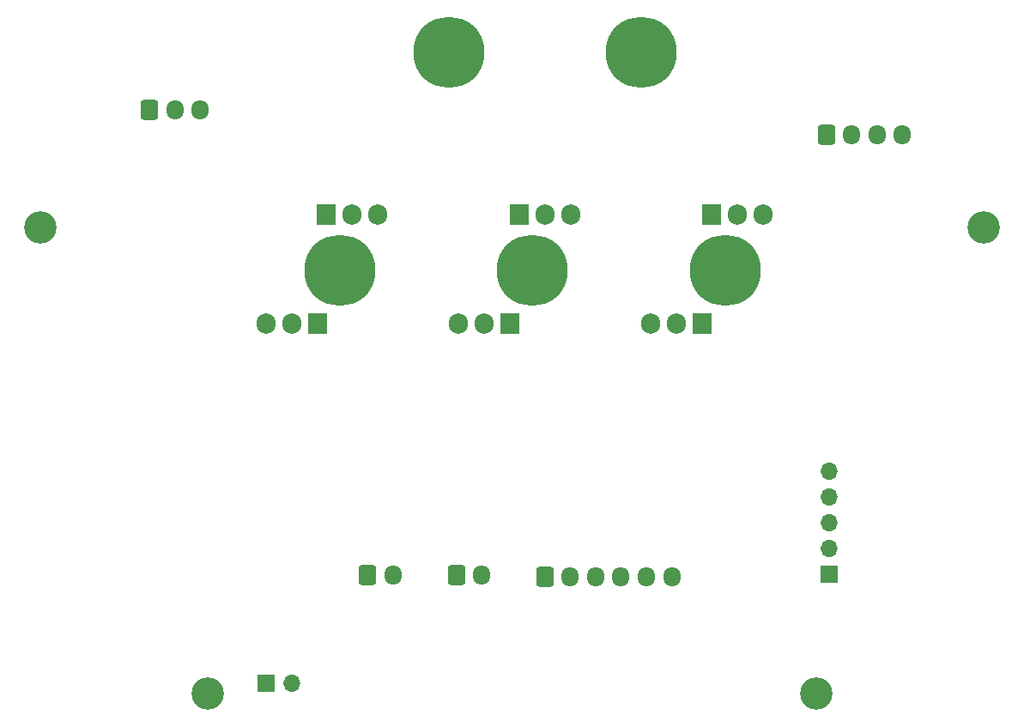
<source format=gbr>
%TF.GenerationSoftware,KiCad,Pcbnew,9.0.0*%
%TF.CreationDate,2025-07-24T21:17:22+09:00*%
%TF.ProjectId,AQUA_VESC,41515541-5f56-4455-9343-2e6b69636164,rev?*%
%TF.SameCoordinates,Original*%
%TF.FileFunction,Soldermask,Bot*%
%TF.FilePolarity,Negative*%
%FSLAX46Y46*%
G04 Gerber Fmt 4.6, Leading zero omitted, Abs format (unit mm)*
G04 Created by KiCad (PCBNEW 9.0.0) date 2025-07-24 21:17:22*
%MOMM*%
%LPD*%
G01*
G04 APERTURE LIST*
G04 Aperture macros list*
%AMRoundRect*
0 Rectangle with rounded corners*
0 $1 Rounding radius*
0 $2 $3 $4 $5 $6 $7 $8 $9 X,Y pos of 4 corners*
0 Add a 4 corners polygon primitive as box body*
4,1,4,$2,$3,$4,$5,$6,$7,$8,$9,$2,$3,0*
0 Add four circle primitives for the rounded corners*
1,1,$1+$1,$2,$3*
1,1,$1+$1,$4,$5*
1,1,$1+$1,$6,$7*
1,1,$1+$1,$8,$9*
0 Add four rect primitives between the rounded corners*
20,1,$1+$1,$2,$3,$4,$5,0*
20,1,$1+$1,$4,$5,$6,$7,0*
20,1,$1+$1,$6,$7,$8,$9,0*
20,1,$1+$1,$8,$9,$2,$3,0*%
G04 Aperture macros list end*
%ADD10C,3.200000*%
%ADD11RoundRect,0.250000X-0.600000X-0.725000X0.600000X-0.725000X0.600000X0.725000X-0.600000X0.725000X0*%
%ADD12O,1.700000X1.950000*%
%ADD13C,0.800000*%
%ADD14C,7.000000*%
%ADD15R,1.905000X2.000000*%
%ADD16O,1.905000X2.000000*%
%ADD17R,1.700000X1.700000*%
%ADD18O,1.700000X1.700000*%
G04 APERTURE END LIST*
D10*
%TO.C,H3*%
X123500000Y-89750000D03*
%TD*%
D11*
%TO.C,CAN1*%
X79250000Y-78100000D03*
D12*
X81750000Y-78100000D03*
%TD*%
D11*
%TO.C,J1*%
X96750000Y-78250000D03*
D12*
X99250000Y-78250000D03*
X101750000Y-78250000D03*
X104250000Y-78250000D03*
X106750000Y-78250000D03*
X109250000Y-78250000D03*
%TD*%
D13*
%TO.C,H7*%
X73875000Y-48000000D03*
X74643845Y-46143845D03*
X74643845Y-49856155D03*
X76500000Y-45375000D03*
D14*
X76500000Y-48000000D03*
D13*
X76500000Y-50625000D03*
X78356155Y-46143845D03*
X78356155Y-49856155D03*
X79125000Y-48000000D03*
%TD*%
D10*
%TO.C,H4*%
X140000000Y-43750000D03*
%TD*%
D13*
%TO.C,H6*%
X84625000Y-26500000D03*
X85393845Y-24643845D03*
X85393845Y-28356155D03*
X87250000Y-23875000D03*
D14*
X87250000Y-26500000D03*
D13*
X87250000Y-29125000D03*
X89106155Y-24643845D03*
X89106155Y-28356155D03*
X89875000Y-26500000D03*
%TD*%
%TO.C,H5*%
X103625000Y-26500000D03*
X104393845Y-24643845D03*
X104393845Y-28356155D03*
X106250000Y-23875000D03*
D14*
X106250000Y-26500000D03*
D13*
X106250000Y-29125000D03*
X108106155Y-24643845D03*
X108106155Y-28356155D03*
X108875000Y-26500000D03*
%TD*%
%TO.C,H9*%
X111875000Y-48000000D03*
X112643845Y-46143845D03*
X112643845Y-49856155D03*
X114500000Y-45375000D03*
D14*
X114500000Y-48000000D03*
D13*
X114500000Y-50625000D03*
X116356155Y-46143845D03*
X116356155Y-49856155D03*
X117125000Y-48000000D03*
%TD*%
D10*
%TO.C,H1*%
X47000000Y-43750000D03*
%TD*%
%TO.C,H2*%
X63500000Y-89750000D03*
%TD*%
D13*
%TO.C,H8*%
X92875000Y-48000000D03*
X93643845Y-46143845D03*
X93643845Y-49856155D03*
X95500000Y-45375000D03*
D14*
X95500000Y-48000000D03*
D13*
X95500000Y-50625000D03*
X97356155Y-46143845D03*
X97356155Y-49856155D03*
X98125000Y-48000000D03*
%TD*%
D11*
%TO.C,CAN2*%
X88000000Y-78100000D03*
D12*
X90500000Y-78100000D03*
%TD*%
D15*
%TO.C,Q2*%
X74290000Y-53250000D03*
D16*
X71750000Y-53250000D03*
X69210000Y-53250000D03*
%TD*%
D11*
%TO.C,M1*%
X57750000Y-32150000D03*
D12*
X60250000Y-32150000D03*
X62750000Y-32150000D03*
%TD*%
D17*
%TO.C,J2*%
X69225000Y-88750000D03*
D18*
X71765000Y-88750000D03*
%TD*%
D15*
%TO.C,Q1*%
X75210000Y-42480000D03*
D16*
X77750000Y-42480000D03*
X80290000Y-42480000D03*
%TD*%
D15*
%TO.C,Q5*%
X113210000Y-42500000D03*
D16*
X115750000Y-42500000D03*
X118290000Y-42500000D03*
%TD*%
D11*
%TO.C,RGBLED1*%
X124500000Y-34650000D03*
D12*
X127000000Y-34650000D03*
X129500000Y-34650000D03*
X132000000Y-34650000D03*
%TD*%
D15*
%TO.C,Q3*%
X94210000Y-42480000D03*
D16*
X96750000Y-42480000D03*
X99290000Y-42480000D03*
%TD*%
D17*
%TO.C,J3*%
X124750000Y-78000000D03*
D18*
X124750000Y-75460000D03*
X124750000Y-72920000D03*
X124750000Y-70380000D03*
X124750000Y-67840000D03*
%TD*%
D15*
%TO.C,Q4*%
X93290000Y-53250000D03*
D16*
X90750000Y-53250000D03*
X88210000Y-53250000D03*
%TD*%
D15*
%TO.C,Q6*%
X112290000Y-53250000D03*
D16*
X109750000Y-53250000D03*
X107210000Y-53250000D03*
%TD*%
M02*

</source>
